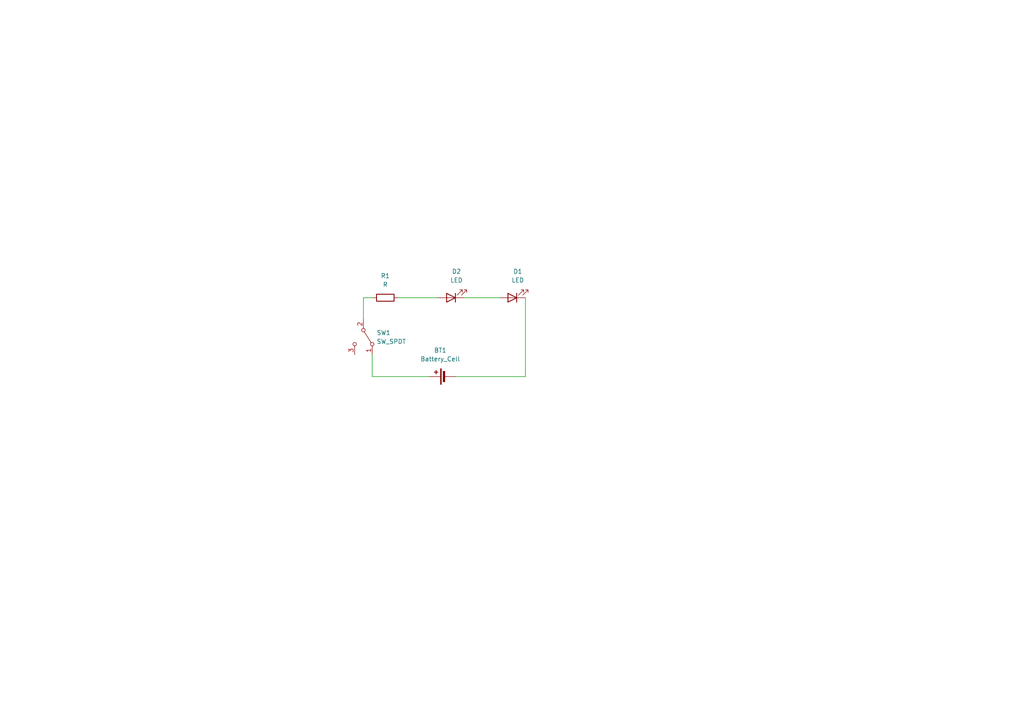
<source format=kicad_sch>
(kicad_sch (version 20250114) (generator "eeschema") (generator_version "9.0")
  (paper "A4")
  (lib_symbols
    (symbol "Device:Battery_Cell" (pin_numbers (hide yes)) (pin_names (offset 0) (hide yes))
      (property "Reference" "BT" (at 2.54 2.54 0))
      (property "Value" "Battery_Cell" (at 2.54 0 0))
      (symbol "Battery_Cell_0_1"
        (rectangle (start -2.286 1.778) (end 2.286 1.524) (fill (type outline)))
        (rectangle (start -1.524 1.016) (end 1.524 0.508) (fill (type outline)))
        (polyline (pts (xy 0 1.778) (xy 0 2.54)))
        (polyline (pts (xy 0 0.762) (xy 0 0)))
        (polyline (pts (xy 0.762 3.048) (xy 1.778 3.048)) (stroke (width 0.254)))
        (polyline (pts (xy 1.27 3.556) (xy 1.27 2.54)) (stroke (width 0.254)))
      )
      (symbol "Battery_Cell_1_1"
        (pin passive line (at 0 5.08 270) (length 2.54) (name "+") (number "1"))
        (pin passive line (at 0 -2.54 90) (length 2.54) (name "-") (number "2"))
      )
    )
    (symbol "Device:LED" (pin_numbers (hide yes)) (pin_names (offset 1.016) (hide yes))
      (property "Reference" "D" (at 0 2.54 0))
      (property "Value" "LED" (at 0 -2.54 0))
      (symbol "LED_0_1"
        (polyline (pts (xy -3.048 -0.762) (xy -4.572 -2.286) (xy -3.81 -2.286) (xy -4.572 -2.286) (xy -4.572 -1.524)))
        (polyline (pts (xy -1.778 -0.762) (xy -3.302 -2.286) (xy -2.54 -2.286) (xy -3.302 -2.286) (xy -3.302 -1.524)))
        (polyline (pts (xy -1.27 0) (xy 1.27 0)))
        (polyline (pts (xy -1.27 -1.27) (xy -1.27 1.27)) (stroke (width 0.254)))
        (polyline (pts (xy 1.27 -1.27) (xy 1.27 1.27) (xy -1.27 0) (xy 1.27 -1.27)) (stroke (width 0.254)))
      )
      (symbol "LED_1_1"
        (pin passive line (at -3.81 0 0) (length 2.54) (name "K") (number "1"))
        (pin passive line (at 3.81 0 180) (length 2.54) (name "A") (number "2"))
      )
    )
    (symbol "Device:R" (pin_numbers (hide yes)) (pin_names (offset 0))
      (property "Reference" "R" (at 2.032 0 90))
      (property "Value" "R" (at 0 0 90))
      (symbol "R_0_1"
        (rectangle (start -1.016 -2.54) (end 1.016 2.54) (stroke (width 0.254)))
      )
      (symbol "R_1_1"
        (pin passive line (at 0 3.81 270) (length 1.27) (name "~") (number "1"))
        (pin passive line (at 0 -3.81 90) (length 1.27) (name "~") (number "2"))
      )
    )
    (symbol "Switch:SW_SPDT" (pin_names (offset 0) (hide yes))
      (property "Reference" "SW" (at 0 4.318 0))
      (property "Value" "SW_SPDT" (at 0 -5.08 0))
      (symbol "SW_SPDT_0_0"
        (circle (center -2.032 0) (radius 0.508))
        (circle (center 2.032 -2.54) (radius 0.508))
      )
      (symbol "SW_SPDT_0_1"
        (polyline (pts (xy -1.524 0.254) (xy 1.651 2.286)))
        (circle (center 2.032 2.54) (radius 0.508))
      )
      (symbol "SW_SPDT_1_1"
        (pin passive line (at -5.08 0 0) (length 2.54) (name "B") (number "2"))
        (pin passive line (at 5.08 2.54 180) (length 2.54) (name "A") (number "1"))
        (pin passive line (at 5.08 -2.54 180) (length 2.54) (name "C") (number "3"))
      )
    )
  )
  (wire (pts (xy 152.4 86.36) (xy 152.4 109.22)))
  (wire (pts (xy 107.95 109.22) (xy 107.95 102.87)))
  (wire (pts (xy 152.4 109.22) (xy 132.08 109.22)))
  (wire (pts (xy 105.41 86.36) (xy 105.41 92.71)))
  (wire (pts (xy 124.46 109.22) (xy 107.95 109.22)))
  (wire (pts (xy 105.41 86.36) (xy 107.95 86.36)))
  (wire (pts (xy 134.62 86.36) (xy 144.78 86.36)))
  (wire (pts (xy 115.57 86.36) (xy 127 86.36)))
  (symbol (lib_id "Device:LED") (at 130.81 86.36 180) (unit 1)
    (property "Reference" "D2" (at 132.3975 78.74 0))
    (property "Value" "LED" (at 132.3975 81.28 0))
    (property "Footprint" "LED_THT:LED_D5.0mm" (effects (hide yes)))
  )
  (symbol (lib_id "Device:Battery_Cell") (at 129.54 109.22 90) (unit 1)
    (property "Reference" "BT1" (at 127.6985 101.6 90))
    (property "Value" "Battery_Cell" (at 127.6985 104.14 90))
    (property "Footprint" "Battery:BatteryHolder_Keystone_106_1x20mm" (effects (hide yes)))
  )
  (symbol (lib_id "Switch:SW_SPDT") (at 105.41 97.79 270) (unit 1)
    (property "Reference" "SW1" (at 109.22 96.52 90) (effects (justify left)))
    (property "Value" "SW_SPDT" (at 109.22 99.06 90) (effects (justify left)))
    (property "Footprint" "Button_Switch_SMD:Nidec_Copal_CAS-120A" (effects (hide yes)))
  )
  (symbol (lib_id "Device:LED") (at 148.59 86.36 180) (unit 1)
    (property "Reference" "D1" (at 150.1775 78.74 0))
    (property "Value" "LED" (at 150.1775 81.28 0))
    (property "Footprint" "LED_THT:LED_D5.0mm" (effects (hide yes)))
  )
  (symbol (lib_id "Device:R") (at 111.76 86.36 90) (unit 1)
    (property "Reference" "R1" (at 111.76 80.01 90))
    (property "Value" "R" (at 111.76 82.55 90))
    (property "Footprint" "Resistor_THT:R_Axial_DIN0207_L6.3mm_D2.5mm_P7.62mm_Horizontal" (effects (hide yes)))
  )
)
</source>
